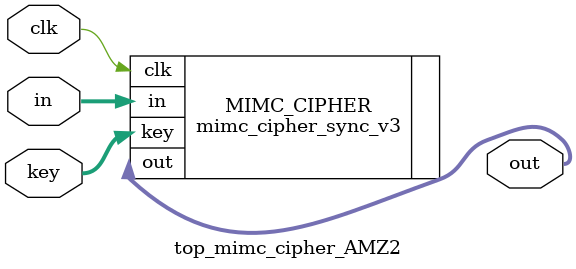
<source format=v>



module top_mimc_cipher_AMZ2 #(
	parameter N_BITS = 254
) (
	input clk,
	input  [N_BITS-1:0] in,
	input  [N_BITS-1:0] key,
	output [N_BITS-1:0] out
);

mimc_cipher_sync_v3 #(
	.N_BITS(N_BITS)
) MIMC_CIPHER (
	.clk(clk),
	.in(in),
	.key(key),
	.out(out)
);

endmodule

</source>
